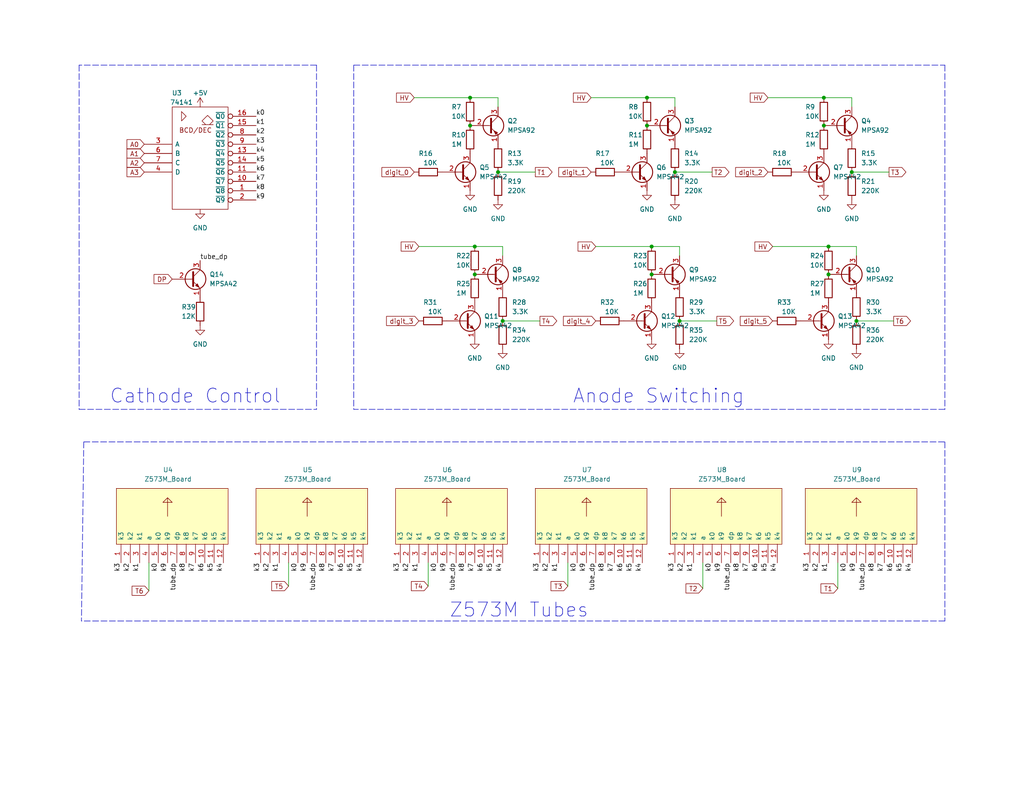
<source format=kicad_sch>
(kicad_sch (version 20211123) (generator eeschema)
  (paper "A")
  (title_block (title "Nixie 2.1 Display") (date "2023-02-13") (rev "1.0") (company "James Gallagher"))
  (lib_symbols
    (symbol "74xx_IEEE:74141" (pin_names (offset 0.762))
      (property "Reference" "U" (at 0 0 0))
      (property "Value" "74141" (at 7.62 -15.24 0))
      (symbol "74141_0_0"
        (polyline (pts (xy 3.556 9.144) (xy 3.048 9.144) (xy 3.048 9.144)))
        (polyline (pts (xy -5.08 12.7) (xy -5.08 10.16) (xy -3.81 11.43) (xy -5.08 12.7) (xy -5.08 12.7)))
        (polyline (pts (xy 2.54 9.144) (xy 3.556 10.16) (xy 2.032 11.684) (xy 0.508 10.16) (xy 1.524 9.144) (xy 0.508 9.144) (xy 3.556 9.144)))
        (text "BCD/DEC" (at -1.27 7.62 0) (effects (font (size 1.27 1.27))))
        (pin power_in line (at 0 -13.97 90) (length 0) hide (name "GND") (number "12"))
        (pin power_in line (at 0 13.97 270) (length 0) hide (name "VCC") (number "5"))
      )
      (symbol "74141_0_1"
        (rectangle (start -7.62 13.97) (end 7.62 -13.97))
      )
      (symbol "74141_1_1"
        (pin open_collector inverted (at 15.24 -8.89 180) (length 7.62) (name "~{Q8}") (number "1"))
        (pin open_collector inverted (at 15.24 -6.35 180) (length 7.62) (name "~{Q7}") (number "10"))
        (pin open_collector inverted (at 15.24 -3.81 180) (length 7.62) (name "~{Q6}") (number "11"))
        (pin open_collector inverted (at 15.24 1.27 180) (length 7.62) (name "~{Q4}") (number "13"))
        (pin open_collector inverted (at 15.24 -1.27 180) (length 7.62) (name "~{Q5}") (number "14"))
        (pin open_collector inverted (at 15.24 8.89 180) (length 7.62) (name "~{Q1}") (number "15"))
        (pin open_collector inverted (at 15.24 11.43 180) (length 7.62) (name "~{Q0}") (number "16"))
        (pin open_collector inverted (at 15.24 -11.43 180) (length 7.62) (name "~{Q9}") (number "2"))
        (pin input line (at -15.24 3.81 0) (length 7.62) (name "A") (number "3"))
        (pin input line (at -15.24 -3.81 0) (length 7.62) (name "D") (number "4"))
        (pin input line (at -15.24 1.27 0) (length 7.62) (name "B") (number "6"))
        (pin input line (at -15.24 -1.27 0) (length 7.62) (name "C") (number "7"))
        (pin open_collector inverted (at 15.24 6.35 180) (length 7.62) (name "~{Q2}") (number "8"))
        (pin open_collector inverted (at 15.24 3.81 180) (length 7.62) (name "~{Q3}") (number "9"))
      )
    )
    (symbol "Device:R" (pin_numbers hide) (pin_names (offset 0))
      (property "Reference" "R" (at 2.032 0 90))
      (property "Value" "R" (at 0 0 90))
      (symbol "R_0_1"
        (rectangle (start -1.016 -2.54) (end 1.016 2.54) (stroke (width 0.254)))
      )
      (symbol "R_1_1"
        (pin passive line (at 0 3.81 270) (length 1.27) (name "~") (number "1"))
        (pin passive line (at 0 -3.81 90) (length 1.27) (name "~") (number "2"))
      )
    )
    (symbol "Z573M_Board_1" (pin_names (offset 1.016))
      (property "Reference" "U" (at -10.16 8.89 0))
      (property "Value" "Z573M_Board_1" (at 0 -15.24 0))
      (symbol "Z573M_Board_1_0_0"
        (polyline (pts (xy 0 0) (xy 0 5.08) (xy 1.27 3.81) (xy 0 5.08) (xy -1.27 3.81) (xy 1.27 3.81)))
      )
      (symbol "Z573M_Board_1_0_1"
        (rectangle (start -13.97 7.62) (end 16.51 -7.62) (fill (type background)))
      )
      (symbol "Z573M_Board_1_1_1"
        (pin bidirectional line (at -12.7 -12.7 90) (length 5.08) (name "k3") (number "1"))
        (pin bidirectional line (at 10.16 -12.7 90) (length 5.08) (name "k6") (number "10"))
        (pin bidirectional line (at 12.7 -12.7 90) (length 5.08) (name "k5") (number "11"))
        (pin bidirectional line (at 15.24 -12.7 90) (length 5.08) (name "k4") (number "12"))
        (pin bidirectional line (at -10.16 -12.7 90) (length 5.08) (name "k2") (number "2"))
        (pin bidirectional line (at -7.62 -12.7 90) (length 5.08) (name "k1") (number "3"))
        (pin input line (at -5.08 -12.7 90) (length 5.08) (name "a") (number "4"))
        (pin bidirectional line (at -2.54 -12.7 90) (length 5.08) (name "k0") (number "5"))
        (pin bidirectional line (at 0 -12.7 90) (length 5.08) (name "k9") (number "6"))
        (pin bidirectional line (at 2.54 -12.7 90) (length 5.08) (name "dp") (number "7"))
        (pin bidirectional line (at 5.08 -12.7 90) (length 5.08) (name "k8") (number "8"))
        (pin bidirectional line (at 7.62 -12.7 90) (length 5.08) (name "k7") (number "9"))
      )
    )
    (symbol "Z573M_Board_2" (pin_names (offset 1.016))
      (property "Reference" "U" (at -10.16 8.89 0))
      (property "Value" "Z573M_Board_2" (at 0 -15.24 0))
      (symbol "Z573M_Board_2_0_0"
        (polyline (pts (xy 0 0) (xy 0 5.08) (xy 1.27 3.81) (xy 0 5.08) (xy -1.27 3.81) (xy 1.27 3.81)))
      )
      (symbol "Z573M_Board_2_0_1"
        (rectangle (start -13.97 7.62) (end 16.51 -7.62) (fill (type background)))
      )
      (symbol "Z573M_Board_2_1_1"
        (pin bidirectional line (at -12.7 -12.7 90) (length 5.08) (name "k3") (number "1"))
        (pin bidirectional line (at 10.16 -12.7 90) (length 5.08) (name "k6") (number "10"))
        (pin bidirectional line (at 12.7 -12.7 90) (length 5.08) (name "k5") (number "11"))
        (pin bidirectional line (at 15.24 -12.7 90) (length 5.08) (name "k4") (number "12"))
        (pin bidirectional line (at -10.16 -12.7 90) (length 5.08) (name "k2") (number "2"))
        (pin bidirectional line (at -7.62 -12.7 90) (length 5.08) (name "k1") (number "3"))
        (pin input line (at -5.08 -12.7 90) (length 5.08) (name "a") (number "4"))
        (pin bidirectional line (at -2.54 -12.7 90) (length 5.08) (name "k0") (number "5"))
        (pin bidirectional line (at 0 -12.7 90) (length 5.08) (name "k9") (number "6"))
        (pin bidirectional line (at 2.54 -12.7 90) (length 5.08) (name "dp") (number "7"))
        (pin bidirectional line (at 5.08 -12.7 90) (length 5.08) (name "k8") (number "8"))
        (pin bidirectional line (at 7.62 -12.7 90) (length 5.08) (name "k7") (number "9"))
      )
    )
    (symbol "Z573M_Board_3" (pin_names (offset 1.016))
      (property "Reference" "U" (at -10.16 8.89 0))
      (property "Value" "Z573M_Board_3" (at 0 -15.24 0))
      (symbol "Z573M_Board_3_0_0"
        (polyline (pts (xy 0 0) (xy 0 5.08) (xy 1.27 3.81) (xy 0 5.08) (xy -1.27 3.81) (xy 1.27 3.81)))
      )
      (symbol "Z573M_Board_3_0_1"
        (rectangle (start -13.97 7.62) (end 16.51 -7.62) (fill (type background)))
      )
      (symbol "Z573M_Board_3_1_1"
        (pin bidirectional line (at -12.7 -12.7 90) (length 5.08) (name "k3") (number "1"))
        (pin bidirectional line (at 10.16 -12.7 90) (length 5.08) (name "k6") (number "10"))
        (pin bidirectional line (at 12.7 -12.7 90) (length 5.08) (name "k5") (number "11"))
        (pin bidirectional line (at 15.24 -12.7 90) (length 5.08) (name "k4") (number "12"))
        (pin bidirectional line (at -10.16 -12.7 90) (length 5.08) (name "k2") (number "2"))
        (pin bidirectional line (at -7.62 -12.7 90) (length 5.08) (name "k1") (number "3"))
        (pin input line (at -5.08 -12.7 90) (length 5.08) (name "a") (number "4"))
        (pin bidirectional line (at -2.54 -12.7 90) (length 5.08) (name "k0") (number "5"))
        (pin bidirectional line (at 0 -12.7 90) (length 5.08) (name "k9") (number "6"))
        (pin bidirectional line (at 2.54 -12.7 90) (length 5.08) (name "dp") (number "7"))
        (pin bidirectional line (at 5.08 -12.7 90) (length 5.08) (name "k8") (number "8"))
        (pin bidirectional line (at 7.62 -12.7 90) (length 5.08) (name "k7") (number "9"))
      )
    )
    (symbol "Z573M_Board_4" (pin_names (offset 1.016))
      (property "Reference" "U" (at -10.16 8.89 0))
      (property "Value" "Z573M_Board_4" (at 0 -15.24 0))
      (symbol "Z573M_Board_4_0_0"
        (polyline (pts (xy 0 0) (xy 0 5.08) (xy 1.27 3.81) (xy 0 5.08) (xy -1.27 3.81) (xy 1.27 3.81)))
      )
      (symbol "Z573M_Board_4_0_1"
        (rectangle (start -13.97 7.62) (end 16.51 -7.62) (fill (type background)))
      )
      (symbol "Z573M_Board_4_1_1"
        (pin bidirectional line (at -12.7 -12.7 90) (length 5.08) (name "k3") (number "1"))
        (pin bidirectional line (at 10.16 -12.7 90) (length 5.08) (name "k6") (number "10"))
        (pin bidirectional line (at 12.7 -12.7 90) (length 5.08) (name "k5") (number "11"))
        (pin bidirectional line (at 15.24 -12.7 90) (length 5.08) (name "k4") (number "12"))
        (pin bidirectional line (at -10.16 -12.7 90) (length 5.08) (name "k2") (number "2"))
        (pin bidirectional line (at -7.62 -12.7 90) (length 5.08) (name "k1") (number "3"))
        (pin input line (at -5.08 -12.7 90) (length 5.08) (name "a") (number "4"))
        (pin bidirectional line (at -2.54 -12.7 90) (length 5.08) (name "k0") (number "5"))
        (pin bidirectional line (at 0 -12.7 90) (length 5.08) (name "k9") (number "6"))
        (pin bidirectional line (at 2.54 -12.7 90) (length 5.08) (name "dp") (number "7"))
        (pin bidirectional line (at 5.08 -12.7 90) (length 5.08) (name "k8") (number "8"))
        (pin bidirectional line (at 7.62 -12.7 90) (length 5.08) (name "k7") (number "9"))
      )
    )
    (symbol "Z573M_Board_5" (pin_names (offset 1.016))
      (property "Reference" "U" (at -10.16 8.89 0))
      (property "Value" "Z573M_Board_5" (at 0 -15.24 0))
      (symbol "Z573M_Board_5_0_0"
        (polyline (pts (xy 0 0) (xy 0 5.08) (xy 1.27 3.81) (xy 0 5.08) (xy -1.27 3.81) (xy 1.27 3.81)))
      )
      (symbol "Z573M_Board_5_0_1"
        (rectangle (start -13.97 7.62) (end 16.51 -7.62) (fill (type background)))
      )
      (symbol "Z573M_Board_5_1_1"
        (pin bidirectional line (at -12.7 -12.7 90) (length 5.08) (name "k3") (number "1"))
        (pin bidirectional line (at 10.16 -12.7 90) (length 5.08) (name "k6") (number "10"))
        (pin bidirectional line (at 12.7 -12.7 90) (length 5.08) (name "k5") (number "11"))
        (pin bidirectional line (at 15.24 -12.7 90) (length 5.08) (name "k4") (number "12"))
        (pin bidirectional line (at -10.16 -12.7 90) (length 5.08) (name "k2") (number "2"))
        (pin bidirectional line (at -7.62 -12.7 90) (length 5.08) (name "k1") (number "3"))
        (pin input line (at -5.08 -12.7 90) (length 5.08) (name "a") (number "4"))
        (pin bidirectional line (at -2.54 -12.7 90) (length 5.08) (name "k0") (number "5"))
        (pin bidirectional line (at 0 -12.7 90) (length 5.08) (name "k9") (number "6"))
        (pin bidirectional line (at 2.54 -12.7 90) (length 5.08) (name "dp") (number "7"))
        (pin bidirectional line (at 5.08 -12.7 90) (length 5.08) (name "k8") (number "8"))
        (pin bidirectional line (at 7.62 -12.7 90) (length 5.08) (name "k7") (number "9"))
      )
    )
    (symbol "nixie-tube-clock-2.1:MPSA42" (pin_names (offset 1.016) hide)
      (property "Reference" "Q" (at 5.08 1.905 0))
      (property "Value" "MPSA42" (at 5.08 0 0))
      (symbol "MPSA42_0_1"
        (polyline (pts (xy 0 0) (xy 0.635 0)))
        (polyline (pts (xy 0.635 0.635) (xy 2.54 2.54)))
        (polyline (pts (xy 0.635 -0.635) (xy 2.54 -2.54) (xy 2.54 -2.54)))
        (polyline (pts (xy 0.635 1.905) (xy 0.635 -1.905) (xy 0.635 -1.905)) (stroke (width 0.508)))
        (polyline (pts (xy 1.27 -1.778) (xy 1.778 -1.27) (xy 2.286 -2.286) (xy 1.27 -1.778) (xy 1.27 -1.778)) (fill (type outline)))
        (circle (center 1.27 0) (radius 2.8194) (stroke (width 0.254)))
      )
      (symbol "MPSA42_1_1"
        (pin passive line (at 2.54 -5.08 90) (length 2.54) (name "E") (number "1"))
        (pin input line (at -5.08 0 0) (length 5.08) (name "B") (number "2"))
        (pin passive line (at 2.54 5.08 270) (length 2.54) (name "C") (number "3"))
      )
    )
    (symbol "nixie-tube-clock-2.1:MPSA92" (pin_names (offset 1.016) hide)
      (property "Reference" "Q" (at 5.08 1.905 0))
      (property "Value" "MPSA92" (at 5.08 0 0))
      (symbol "MPSA92_0_1"
        (polyline (pts (xy 0 0) (xy 0.635 0)))
        (polyline (pts (xy 2.54 -2.54) (xy 0.635 -0.635)))
        (polyline (pts (xy 2.54 2.54) (xy 0.635 0.635)))
        (polyline (pts (xy 0.635 1.905) (xy 0.635 -1.905) (xy 0.635 -1.905)) (stroke (width 0.508)) (fill (type outline)))
        (polyline (pts (xy 1.905 -2.413) (xy 2.413 -1.905) (xy 1.397 -1.397) (xy 1.905 -2.413) (xy 1.905 -2.413)) (fill (type outline)))
        (circle (center 1.27 0) (radius 2.8194) (stroke (width 0.254)))
      )
      (symbol "MPSA92_1_1"
        (pin passive line (at 2.54 -5.08 90) (length 2.54) (name "E") (number "1"))
        (pin input line (at -5.08 0 0) (length 5.08) (name "B") (number "2"))
        (pin passive line (at 2.54 5.08 270) (length 2.54) (name "C") (number "3"))
      )
    )
    (symbol "nixie-tube-clock-2.1:Z573M_Board" (pin_names (offset 1.016))
      (property "Reference" "U" (at -10.16 8.89 0))
      (property "Value" "Z573M_Board" (at 0 -15.24 0))
      (symbol "Z573M_Board_0_0"
        (polyline (pts (xy 0 0) (xy 0 5.08) (xy 1.27 3.81) (xy 0 5.08) (xy -1.27 3.81) (xy 1.27 3.81)))
      )
      (symbol "Z573M_Board_0_1"
        (rectangle (start -13.97 7.62) (end 16.51 -7.62) (fill (type background)))
      )
      (symbol "Z573M_Board_1_1"
        (pin bidirectional line (at -12.7 -12.7 90) (length 5.08) (name "k3") (number "1"))
        (pin bidirectional line (at 10.16 -12.7 90) (length 5.08) (name "k6") (number "10"))
        (pin bidirectional line (at 12.7 -12.7 90) (length 5.08) (name "k5") (number "11"))
        (pin bidirectional line (at 15.24 -12.7 90) (length 5.08) (name "k4") (number "12"))
        (pin bidirectional line (at -10.16 -12.7 90) (length 5.08) (name "k2") (number "2"))
        (pin bidirectional line (at -7.62 -12.7 90) (length 5.08) (name "k1") (number "3"))
        (pin input line (at -5.08 -12.7 90) (length 5.08) (name "a") (number "4"))
        (pin bidirectional line (at -2.54 -12.7 90) (length 5.08) (name "k0") (number "5"))
        (pin bidirectional line (at 0 -12.7 90) (length 5.08) (name "k9") (number "6"))
        (pin bidirectional line (at 2.54 -12.7 90) (length 5.08) (name "dp") (number "7"))
        (pin bidirectional line (at 5.08 -12.7 90) (length 5.08) (name "k8") (number "8"))
        (pin bidirectional line (at 7.62 -12.7 90) (length 5.08) (name "k7") (number "9"))
      )
    )
    (symbol "power:+5V" (power) (pin_names (offset 0))
      (property "Value" "+5V" (at 0 3.556 0))
      (symbol "+5V_0_1"
        (polyline (pts (xy -0.762 1.27) (xy 0 2.54)))
        (polyline (pts (xy 0 0) (xy 0 2.54)))
        (polyline (pts (xy 0 2.54) (xy 0.762 1.27)))
      )
      (symbol "+5V_1_1"
        (pin power_in line (at 0 0 90) (length 0) hide (name "+5V") (number "1"))
      )
    )
    (symbol "power:GND" (power) (pin_names (offset 0))
      (property "Value" "GND" (at 0 -3.81 0))
      (symbol "GND_0_1"
        (polyline (pts (xy 0 0) (xy 0 -1.27) (xy 1.27 -1.27) (xy 0 -2.54) (xy -1.27 -1.27) (xy 0 -1.27)))
      )
      (symbol "GND_1_1"
        (pin power_in line (at 0 0 270) (length 0) hide (name "GND") (number "1"))
      )
    )
  )
  (junction (at 177.8 74.93))
  (junction (at 185.42 87.63))
  (junction (at 177.8 67.31))
  (junction (at 135.89 46.99))
  (junction (at 176.53 26.67))
  (junction (at 128.27 26.67))
  (junction (at 233.68 87.63))
  (junction (at 226.06 67.31))
  (junction (at 137.16 87.63))
  (junction (at 129.54 74.93))
  (junction (at 184.15 46.99))
  (junction (at 129.54 67.31))
  (junction (at 232.41 46.99))
  (junction (at 128.27 34.29))
  (junction (at 224.79 26.67))
  (junction (at 176.53 34.29))
  (junction (at 226.06 74.93))
  (junction (at 224.79 34.29))
  (wire (pts (xy 233.68 87.63) (xy 243.84 87.63)))
  (wire (pts (xy 154.94 153.67) (xy 154.94 160.02)))
  (wire (pts (xy 232.41 26.67) (xy 232.41 29.21)))
  (polyline (pts (xy 257.81 169.545) (xy 22.225 169.545)))
  (wire (pts (xy 177.8 67.31) (xy 185.42 67.31)))
  (wire (pts (xy 128.27 26.67) (xy 135.89 26.67)))
  (wire (pts (xy 226.06 67.31) (xy 233.68 67.31)))
  (wire (pts (xy 185.42 87.63) (xy 195.58 87.63)))
  (polyline (pts (xy 21.59 17.78) (xy 21.59 111.76)))
  (wire (pts (xy 209.55 26.67) (xy 224.79 26.67)))
  (wire (pts (xy 137.16 87.63) (xy 147.32 87.63)))
  (wire (pts (xy 191.77 153.67) (xy 191.77 160.655)))
  (wire (pts (xy 137.16 67.31) (xy 137.16 69.85)))
  (wire (pts (xy 113.03 26.67) (xy 128.27 26.67)))
  (wire (pts (xy 233.68 67.31) (xy 233.68 69.85)))
  (wire (pts (xy 210.82 67.31) (xy 226.06 67.31)))
  (polyline (pts (xy 257.81 111.76) (xy 96.52 111.76)))
  (wire (pts (xy 176.53 26.67) (xy 184.15 26.67)))
  (wire (pts (xy 135.89 46.99) (xy 146.05 46.99)))
  (wire (pts (xy 40.64 153.67) (xy 40.64 161.29)))
  (wire (pts (xy 114.3 67.31) (xy 129.54 67.31)))
  (polyline (pts (xy 257.81 120.65) (xy 257.81 169.545)))
  (polyline (pts (xy 86.36 17.78) (xy 86.36 111.76)))
  (wire (pts (xy 162.56 67.31) (xy 177.8 67.31)))
  (wire (pts (xy 129.54 67.31) (xy 137.16 67.31)))
  (wire (pts (xy 228.6 153.67) (xy 228.6 160.655)))
  (wire (pts (xy 185.42 67.31) (xy 185.42 69.85)))
  (wire (pts (xy 116.84 153.67) (xy 116.84 160.02)))
  (wire (pts (xy 184.15 26.67) (xy 184.15 29.21)))
  (wire (pts (xy 161.29 26.67) (xy 176.53 26.67)))
  (wire (pts (xy 135.89 26.67) (xy 135.89 29.21)))
  (wire (pts (xy 224.79 26.67) (xy 232.41 26.67)))
  (wire (pts (xy 184.15 46.99) (xy 194.31 46.99)))
  (polyline (pts (xy 96.52 17.78) (xy 96.52 111.76)))
  (polyline (pts (xy 22.86 120.65) (xy 257.81 120.65)))
  (wire (pts (xy 78.74 153.67) (xy 78.74 160.02)))
  (polyline (pts (xy 22.86 120.65) (xy 22.225 169.545)))
  (polyline (pts (xy 86.36 17.78) (xy 21.59 17.78)))
  (wire (pts (xy 232.41 46.99) (xy 242.57 46.99)))
  (polyline (pts (xy 257.81 17.78) (xy 257.81 111.76)))
  (polyline (pts (xy 96.52 17.78) (xy 257.81 17.78)))
  (polyline (pts (xy 21.59 111.76) (xy 86.36 111.76)))
  (text "Z573M Tubes" (at 122.555 168.91 0) (effects (font (size 3.81 3.81)) (justify left bottom)))
  (text "Anode Switching" (at 156.21 110.49 0) (effects (font (size 3.81 3.81)) (justify left bottom)))
  (text "Cathode Control\n" (at 29.845 110.49 0) (effects (font (size 3.81 3.81)) (justify left bottom)))
  (label "k0" (at 194.31 153.67 270))
  (label "k5" (at 58.42 153.67 270))
  (label "k2" (at 111.76 153.67 270))
  (label "k7" (at 167.64 153.67 270))
  (label "k6" (at 170.18 153.67 270))
  (label "k3" (at 69.85 39.37 0))
  (label "k5" (at 246.38 153.67 270))
  (label "k0" (at 43.18 153.67 270))
  (label "k1" (at 69.85 34.29 0))
  (label "k3" (at 109.22 153.67 270))
  (label "k9" (at 83.82 153.67 270))
  (label "k7" (at 53.34 153.67 270))
  (label "k9" (at 160.02 153.67 270))
  (label "tube_dp" (at 124.46 153.67 270))
  (label "k6" (at 207.01 153.67 270))
  (label "tube_dp" (at 199.39 153.67 270))
  (label "k8" (at 50.8 153.67 270))
  (label "tube_dp" (at 54.61 71.12 0))
  (label "k5" (at 69.85 44.45 0))
  (label "k4" (at 60.96 153.67 270))
  (label "k0" (at 157.48 153.67 270))
  (label "k9" (at 121.92 153.67 270))
  (label "k8" (at 238.76 153.67 270))
  (label "k3" (at 33.02 153.67 270))
  (label "k1" (at 226.06 153.67 270))
  (label "k7" (at 241.3 153.67 270))
  (label "k1" (at 38.1 153.67 270))
  (label "k3" (at 184.15 153.67 270))
  (label "k8" (at 69.85 52.07 0))
  (label "k0" (at 119.38 153.67 270))
  (label "k2" (at 35.56 153.67 270))
  (label "tube_dp" (at 48.26 153.67 270))
  (label "k8" (at 165.1 153.67 270))
  (label "k2" (at 223.52 153.67 270))
  (label "k2" (at 73.66 153.67 270))
  (label "k7" (at 91.44 153.67 270))
  (label "k3" (at 220.98 153.67 270))
  (label "tube_dp" (at 86.36 153.67 270))
  (label "k4" (at 69.85 41.91 0))
  (label "k5" (at 209.55 153.67 270))
  (label "k3" (at 147.32 153.67 270))
  (label "k6" (at 243.84 153.67 270))
  (label "k4" (at 212.09 153.67 270))
  (label "k8" (at 88.9 153.67 270))
  (label "k2" (at 69.85 36.83 0))
  (label "k6" (at 55.88 153.67 270))
  (label "k3" (at 71.12 153.67 270))
  (label "k5" (at 96.52 153.67 270))
  (label "k0" (at 231.14 153.67 270))
  (label "k0" (at 69.85 31.75 0))
  (label "k1" (at 152.4 153.67 270))
  (label "tube_dp" (at 162.56 153.67 270))
  (label "k9" (at 69.85 54.61 0))
  (label "k9" (at 45.72 153.67 270))
  (label "k7" (at 129.54 153.67 270))
  (label "k1" (at 114.3 153.67 270))
  (label "k4" (at 248.92 153.67 270))
  (label "k6" (at 69.85 46.99 0))
  (label "k4" (at 137.16 153.67 270))
  (label "k7" (at 69.85 49.53 0))
  (label "k5" (at 134.62 153.67 270))
  (label "k4" (at 175.26 153.67 270))
  (label "k5" (at 172.72 153.67 270))
  (label "k7" (at 204.47 153.67 270))
  (label "k2" (at 186.69 153.67 270))
  (label "k0" (at 81.28 153.67 270))
  (label "k6" (at 93.98 153.67 270))
  (label "k9" (at 233.68 153.67 270))
  (label "k8" (at 127 153.67 270))
  (label "k2" (at 149.86 153.67 270))
  (label "k8" (at 201.93 153.67 270))
  (label "k9" (at 196.85 153.67 270))
  (label "tube_dp" (at 236.22 153.67 270))
  (label "k1" (at 189.23 153.67 270))
  (label "k1" (at 76.2 153.67 270))
  (label "k6" (at 132.08 153.67 270))
  (label "k4" (at 99.06 153.67 270))
  (global_label "digit_3" (shape input) (at 114.3 87.63 180) (property "Intersheet References" "${INTERSHEET_REFS}" (effects hide)))
  (global_label "HV" (shape input) (at 209.55 26.67 180) (property "Intersheet References" "${INTERSHEET_REFS}" (effects hide)))
  (global_label "HV" (shape input) (at 162.56 67.31 180) (property "Intersheet References" "${INTERSHEET_REFS}" (effects hide)))
  (global_label "A3" (shape input) (at 39.37 46.99 180) (property "Intersheet References" "${INTERSHEET_REFS}" (effects hide)))
  (global_label "A1" (shape input) (at 39.37 41.91 180) (property "Intersheet References" "${INTERSHEET_REFS}" (effects hide)))
  (global_label "HV" (shape input) (at 114.3 67.31 180) (property "Intersheet References" "${INTERSHEET_REFS}" (effects hide)))
  (global_label "digit_1" (shape input) (at 161.29 46.99 180) (property "Intersheet References" "${INTERSHEET_REFS}" (effects hide)))
  (global_label "T4" (shape output) (at 147.32 87.63 0) (property "Intersheet References" "${INTERSHEET_REFS}" (effects hide)))
  (global_label "HV" (shape input) (at 210.82 67.31 180) (property "Intersheet References" "${INTERSHEET_REFS}" (effects hide)))
  (global_label "T3" (shape output) (at 242.57 46.99 0) (property "Intersheet References" "${INTERSHEET_REFS}" (effects hide)))
  (global_label "T5" (shape input) (at 78.74 160.02 180) (property "Intersheet References" "${INTERSHEET_REFS}" (effects hide)))
  (global_label "digit_5" (shape input) (at 210.82 87.63 180) (property "Intersheet References" "${INTERSHEET_REFS}" (effects hide)))
  (global_label "T4" (shape input) (at 116.84 160.02 180) (property "Intersheet References" "${INTERSHEET_REFS}" (effects hide)))
  (global_label "T6" (shape input) (at 40.64 161.29 180) (property "Intersheet References" "${INTERSHEET_REFS}" (effects hide)))
  (global_label "T2" (shape output) (at 194.31 46.99 0) (property "Intersheet References" "${INTERSHEET_REFS}" (effects hide)))
  (global_label "HV" (shape input) (at 161.29 26.67 180) (property "Intersheet References" "${INTERSHEET_REFS}" (effects hide)))
  (global_label "T5" (shape output) (at 195.58 87.63 0) (property "Intersheet References" "${INTERSHEET_REFS}" (effects hide)))
  (global_label "T2" (shape input) (at 191.77 160.655 180) (property "Intersheet References" "${INTERSHEET_REFS}" (effects hide)))
  (global_label "digit_4" (shape input) (at 162.56 87.63 180) (property "Intersheet References" "${INTERSHEET_REFS}" (effects hide)))
  (global_label "A2" (shape input) (at 39.37 44.45 180) (property "Intersheet References" "${INTERSHEET_REFS}" (effects hide)))
  (global_label "DP" (shape input) (at 46.99 76.2 180) (property "Intersheet References" "${INTERSHEET_REFS}" (effects hide)))
  (global_label "T1" (shape output) (at 146.05 46.99 0) (property "Intersheet References" "${INTERSHEET_REFS}" (effects hide)))
  (global_label "A0" (shape input) (at 39.37 39.37 180) (property "Intersheet References" "${INTERSHEET_REFS}" (effects hide)))
  (global_label "T6" (shape output) (at 243.84 87.63 0) (property "Intersheet References" "${INTERSHEET_REFS}" (effects hide)))
  (global_label "T3" (shape input) (at 154.94 160.02 180) (property "Intersheet References" "${INTERSHEET_REFS}" (effects hide)))
  (global_label "HV" (shape input) (at 113.03 26.67 180) (property "Intersheet References" "${INTERSHEET_REFS}" (effects hide)))
  (global_label "digit_2" (shape input) (at 209.55 46.99 180) (property "Intersheet References" "${INTERSHEET_REFS}" (effects hide)))
  (global_label "digit_0" (shape input) (at 113.03 46.99 180) (property "Intersheet References" "${INTERSHEET_REFS}" (effects hide)))
  (global_label "T1" (shape input) (at 228.6 160.655 180) (property "Intersheet References" "${INTERSHEET_REFS}" (effects hide)))
  (symbol (lib_id "Device:R") (at 226.06 78.74 0) (unit 1)
    (property "Reference" "R27" (at 220.98 77.47 0) (effects (justify left)))
    (property "Value" "1M" (at 220.98 80.01 0) (effects (justify left)))
    (property "Footprint" "Resistor_THT:R_Axial_DIN0207_L6.3mm_D2.5mm_P7.62mm_Horizontal" (effects hide))
  )
  (symbol (lib_id "Device:R") (at 184.15 43.18 0) (unit 1)
    (property "Reference" "R14" (at 186.69 41.91 0) (effects (justify left)))
    (property "Value" "3.3K" (at 186.69 44.45 0) (effects (justify left)))
    (property "Footprint" "Resistor_THT:R_Axial_DIN0207_L6.3mm_D2.5mm_P7.62mm_Horizontal" (effects hide))
  )
  (symbol (lib_id "Device:R") (at 118.11 87.63 90) (unit 1)
    (property "Reference" "R31" (at 119.38 82.55 90) (effects (justify left)))
    (property "Value" "10K" (at 120.65 85.09 90) (effects (justify left)))
    (property "Footprint" "Resistor_THT:R_Axial_DIN0207_L6.3mm_D2.5mm_P7.62mm_Horizontal" (effects hide))
  )
  (symbol (lib_id "Device:R") (at 185.42 91.44 0) (unit 1)
    (property "Reference" "R35" (at 187.96 90.17 0) (effects (justify left)))
    (property "Value" "220K" (at 187.96 92.71 0) (effects (justify left)))
    (property "Footprint" "Resistor_THT:R_Axial_DIN0207_L6.3mm_D2.5mm_P7.62mm_Horizontal" (effects hide))
  )
  (symbol (lib_id "Device:R") (at 165.1 46.99 90) (unit 1)
    (property "Reference" "R17" (at 166.37 41.91 90) (effects (justify left)))
    (property "Value" "10K" (at 167.64 44.45 90) (effects (justify left)))
    (property "Footprint" "Resistor_THT:R_Axial_DIN0207_L6.3mm_D2.5mm_P7.62mm_Horizontal" (effects hide))
  )
  (symbol (lib_id "nixie-tube-clock-2.1:MPSA92") (at 229.87 34.29 0) (unit 1)
    (property "Reference" "Q4" (at 234.95 33.0199 0) (effects (justify left)))
    (property "Value" "MPSA92" (at 234.95 35.5599 0) (effects (justify left)))
    (property "Footprint" "Package_TO_SOT_THT:TO-92_Inline" (effects hide))
    (property "Datasheet" "http://www.onsemi.com/pub_link/Collateral/MPSA92-D.PDF" (effects hide))
  )
  (symbol (lib_id "nixie-tube-clock-2.1:MPSA92") (at 231.14 74.93 0) (unit 1)
    (property "Reference" "Q10" (at 236.22 73.6599 0) (effects (justify left)))
    (property "Value" "MPSA92" (at 236.22 76.1999 0) (effects (justify left)))
    (property "Footprint" "Package_TO_SOT_THT:TO-92_Inline" (effects hide))
    (property "Datasheet" "http://www.onsemi.com/pub_link/Collateral/MPSA92-D.PDF" (effects hide))
  )
  (symbol (lib_id "nixie-tube-clock-2.1:MPSA42") (at 223.52 87.63 0) (unit 1)
    (property "Reference" "Q13" (at 228.6 86.3599 0) (effects (justify left)))
    (property "Value" "MPSA42" (at 228.6 88.8999 0) (effects (justify left)))
    (property "Footprint" "Package_TO_SOT_THT:TO-92_Inline" (effects hide))
    (property "Datasheet" "http://www.onsemi.com/pub_link/Collateral/MPSA42-D.PDF" (effects hide))
  )
  (symbol (lib_id "nixie-tube-clock-2.1:MPSA42") (at 52.07 76.2 0) (unit 1)
    (property "Reference" "Q14" (at 57.15 74.9299 0) (effects (justify left)))
    (property "Value" "MPSA42" (at 57.15 77.4699 0) (effects (justify left)))
    (property "Footprint" "Package_TO_SOT_THT:TO-92_Inline" (effects hide))
    (property "Datasheet" "http://www.onsemi.com/pub_link/Collateral/MPSA42-D.PDF" (effects hide))
  )
  (symbol (lib_id "Device:R") (at 129.54 78.74 0) (unit 1)
    (property "Reference" "R25" (at 124.46 77.47 0) (effects (justify left)))
    (property "Value" "1M" (at 124.46 80.01 0) (effects (justify left)))
    (property "Footprint" "Resistor_THT:R_Axial_DIN0207_L6.3mm_D2.5mm_P7.62mm_Horizontal" (effects hide))
  )
  (symbol (lib_id "power:GND") (at 135.89 54.61 0) (unit 1)
    (property "Reference" "#PWR023" (effects hide))
    (property "Value" "GND" (at 135.89 59.69 0))
  )
  (symbol (lib_id "power:GND") (at 177.8 92.71 0) (unit 1)
    (property "Reference" "#PWR027" (effects hide))
    (property "Value" "GND" (at 177.8 97.79 0))
  )
  (symbol (lib_id "Device:R") (at 185.42 83.82 0) (unit 1)
    (property "Reference" "R29" (at 187.96 82.55 0) (effects (justify left)))
    (property "Value" "3.3K" (at 187.96 85.09 0) (effects (justify left)))
    (property "Footprint" "Resistor_THT:R_Axial_DIN0207_L6.3mm_D2.5mm_P7.62mm_Horizontal" (effects hide))
  )
  (symbol (lib_id "Device:R") (at 135.89 50.8 0) (unit 1)
    (property "Reference" "R19" (at 138.43 49.53 0) (effects (justify left)))
    (property "Value" "220K" (at 138.43 52.07 0) (effects (justify left)))
    (property "Footprint" "Resistor_THT:R_Axial_DIN0207_L6.3mm_D2.5mm_P7.62mm_Horizontal" (effects hide))
  )
  (symbol (lib_id "Device:R") (at 232.41 43.18 0) (unit 1)
    (property "Reference" "R15" (at 234.95 41.91 0) (effects (justify left)))
    (property "Value" "3.3K" (at 234.95 44.45 0) (effects (justify left)))
    (property "Footprint" "Resistor_THT:R_Axial_DIN0207_L6.3mm_D2.5mm_P7.62mm_Horizontal" (effects hide))
  )
  (symbol (lib_id "nixie-tube-clock-2.1:MPSA42") (at 125.73 46.99 0) (unit 1)
    (property "Reference" "Q5" (at 130.81 45.7199 0) (effects (justify left)))
    (property "Value" "MPSA42" (at 130.81 48.2599 0) (effects (justify left)))
    (property "Footprint" "Package_TO_SOT_THT:TO-92_Inline" (effects hide))
    (property "Datasheet" "http://www.onsemi.com/pub_link/Collateral/MPSA42-D.PDF" (effects hide))
  )
  (symbol (lib_id "power:GND") (at 233.68 95.25 0) (unit 1)
    (property "Reference" "#PWR031" (effects hide))
    (property "Value" "GND" (at 233.68 100.33 0))
  )
  (symbol (lib_id "nixie-tube-clock-2.1:MPSA42") (at 173.99 46.99 0) (unit 1)
    (property "Reference" "Q6" (at 179.07 45.7199 0) (effects (justify left)))
    (property "Value" "MPSA42" (at 179.07 48.2599 0) (effects (justify left)))
    (property "Footprint" "Package_TO_SOT_THT:TO-92_Inline" (effects hide))
    (property "Datasheet" "http://www.onsemi.com/pub_link/Collateral/MPSA42-D.PDF" (effects hide))
  )
  (symbol (lib_id "Device:R") (at 116.84 46.99 90) (unit 1)
    (property "Reference" "R16" (at 118.11 41.91 90) (effects (justify left)))
    (property "Value" "10K" (at 119.38 44.45 90) (effects (justify left)))
    (property "Footprint" "Resistor_THT:R_Axial_DIN0207_L6.3mm_D2.5mm_P7.62mm_Horizontal" (effects hide))
  )
  (symbol (lib_id "Device:R") (at 176.53 30.48 0) (unit 1)
    (property "Reference" "R8" (at 171.45 29.21 0) (effects (justify left)))
    (property "Value" "10K" (at 171.45 31.75 0) (effects (justify left)))
    (property "Footprint" "Resistor_THT:R_Axial_DIN0207_L6.3mm_D2.5mm_P7.62mm_Horizontal" (effects hide))
  )
  (symbol (lib_id "nixie-tube-clock-2.1:MPSA92") (at 134.62 74.93 0) (unit 1)
    (property "Reference" "Q8" (at 139.7 73.6599 0) (effects (justify left)))
    (property "Value" "MPSA92" (at 139.7 76.1999 0) (effects (justify left)))
    (property "Footprint" "Package_TO_SOT_THT:TO-92_Inline" (effects hide))
    (property "Datasheet" "http://www.onsemi.com/pub_link/Collateral/MPSA92-D.PDF" (effects hide))
  )
  (symbol (lib_id "power:GND") (at 176.53 52.07 0) (unit 1)
    (property "Reference" "#PWR06" (effects hide))
    (property "Value" "GND" (at 176.53 57.15 0))
  )
  (symbol (lib_id "Device:R") (at 213.36 46.99 90) (unit 1)
    (property "Reference" "R18" (at 214.63 41.91 90) (effects (justify left)))
    (property "Value" "10K" (at 215.9 44.45 90) (effects (justify left)))
    (property "Footprint" "Resistor_THT:R_Axial_DIN0207_L6.3mm_D2.5mm_P7.62mm_Horizontal" (effects hide))
  )
  (symbol (lib_id "Device:R") (at 233.68 91.44 0) (unit 1)
    (property "Reference" "R36" (at 236.22 90.17 0) (effects (justify left)))
    (property "Value" "220K" (at 236.22 92.71 0) (effects (justify left)))
    (property "Footprint" "Resistor_THT:R_Axial_DIN0207_L6.3mm_D2.5mm_P7.62mm_Horizontal" (effects hide))
  )
  (symbol (lib_id "Device:R") (at 184.15 50.8 0) (unit 1)
    (property "Reference" "R20" (at 186.69 49.53 0) (effects (justify left)))
    (property "Value" "220K" (at 186.69 52.07 0) (effects (justify left)))
    (property "Footprint" "Resistor_THT:R_Axial_DIN0207_L6.3mm_D2.5mm_P7.62mm_Horizontal" (effects hide))
  )
  (symbol (lib_id "Device:R") (at 129.54 71.12 0) (unit 1)
    (property "Reference" "R22" (at 124.46 69.85 0) (effects (justify left)))
    (property "Value" "10K" (at 124.46 72.39 0) (effects (justify left)))
    (property "Footprint" "Resistor_THT:R_Axial_DIN0207_L6.3mm_D2.5mm_P7.62mm_Horizontal" (effects hide))
  )
  (symbol (lib_id "Device:R") (at 214.63 87.63 90) (unit 1)
    (property "Reference" "R33" (at 215.9 82.55 90) (effects (justify left)))
    (property "Value" "10K" (at 217.17 85.09 90) (effects (justify left)))
    (property "Footprint" "Resistor_THT:R_Axial_DIN0207_L6.3mm_D2.5mm_P7.62mm_Horizontal" (effects hide))
  )
  (symbol (lib_id "power:GND") (at 54.61 57.15 0) (unit 1)
    (property "Reference" "#PWR034" (effects hide))
    (property "Value" "GND" (at 54.61 62.23 0))
  )
  (symbol (lib_id "Device:R") (at 232.41 50.8 0) (unit 1)
    (property "Reference" "R21" (at 234.95 49.53 0) (effects (justify left)))
    (property "Value" "220K" (at 234.95 52.07 0) (effects (justify left)))
    (property "Footprint" "Resistor_THT:R_Axial_DIN0207_L6.3mm_D2.5mm_P7.62mm_Horizontal" (effects hide))
  )
  (symbol (lib_name "Z573M_Board_4") (lib_id "nixie-tube-clock-2.1:Z573M_Board") (at 160.02 140.97 0) (unit 1)
    (property "Reference" "U7" (at 158.75 128.27 0) (effects (justify left)))
    (property "Value" "Z573M_Board" (at 153.67 130.81 0) (effects (justify left)))
    (property "Footprint" "nixie-2.1-footprints:Z573M_Board" (effects hide))
  )
  (symbol (lib_id "nixie-tube-clock-2.1:MPSA92") (at 181.61 34.29 0) (unit 1)
    (property "Reference" "Q3" (at 186.69 33.0199 0) (effects (justify left)))
    (property "Value" "MPSA92" (at 186.69 35.5599 0) (effects (justify left)))
    (property "Footprint" "Package_TO_SOT_THT:TO-92_Inline" (effects hide))
    (property "Datasheet" "http://www.onsemi.com/pub_link/Collateral/MPSA92-D.PDF" (effects hide))
  )
  (symbol (lib_id "Device:R") (at 128.27 38.1 0) (unit 1)
    (property "Reference" "R10" (at 123.19 36.83 0) (effects (justify left)))
    (property "Value" "1M" (at 123.19 39.37 0) (effects (justify left)))
    (property "Footprint" "Resistor_THT:R_Axial_DIN0207_L6.3mm_D2.5mm_P7.62mm_Horizontal" (effects hide))
  )
  (symbol (lib_id "nixie-tube-clock-2.1:MPSA42") (at 175.26 87.63 0) (unit 1)
    (property "Reference" "Q12" (at 180.34 86.3599 0) (effects (justify left)))
    (property "Value" "MPSA42" (at 180.34 88.8999 0) (effects (justify left)))
    (property "Footprint" "Package_TO_SOT_THT:TO-92_Inline" (effects hide))
    (property "Datasheet" "http://www.onsemi.com/pub_link/Collateral/MPSA42-D.PDF" (effects hide))
  )
  (symbol (lib_id "power:GND") (at 137.16 95.25 0) (unit 1)
    (property "Reference" "#PWR029" (effects hide))
    (property "Value" "GND" (at 137.16 100.33 0))
  )
  (symbol (lib_id "Device:R") (at 137.16 91.44 0) (unit 1)
    (property "Reference" "R34" (at 139.7 90.17 0) (effects (justify left)))
    (property "Value" "220K" (at 139.7 92.71 0) (effects (justify left)))
    (property "Footprint" "Resistor_THT:R_Axial_DIN0207_L6.3mm_D2.5mm_P7.62mm_Horizontal" (effects hide))
  )
  (symbol (lib_id "Device:R") (at 137.16 83.82 0) (unit 1)
    (property "Reference" "R28" (at 139.7 82.55 0) (effects (justify left)))
    (property "Value" "3.3K" (at 139.7 85.09 0) (effects (justify left)))
    (property "Footprint" "Resistor_THT:R_Axial_DIN0207_L6.3mm_D2.5mm_P7.62mm_Horizontal" (effects hide))
  )
  (symbol (lib_id "Device:R") (at 128.27 30.48 0) (unit 1)
    (property "Reference" "R7" (at 123.19 29.21 0) (effects (justify left)))
    (property "Value" "10K" (at 123.19 31.75 0) (effects (justify left)))
    (property "Footprint" "Resistor_THT:R_Axial_DIN0207_L6.3mm_D2.5mm_P7.62mm_Horizontal" (effects hide))
  )
  (symbol (lib_id "Device:R") (at 177.8 78.74 0) (unit 1)
    (property "Reference" "R26" (at 172.72 77.47 0) (effects (justify left)))
    (property "Value" "1M" (at 172.72 80.01 0) (effects (justify left)))
    (property "Footprint" "Resistor_THT:R_Axial_DIN0207_L6.3mm_D2.5mm_P7.62mm_Horizontal" (effects hide))
  )
  (symbol (lib_id "nixie-tube-clock-2.1:MPSA92") (at 133.35 34.29 0) (unit 1)
    (property "Reference" "Q2" (at 138.43 33.0199 0) (effects (justify left)))
    (property "Value" "MPSA92" (at 138.43 35.5599 0) (effects (justify left)))
    (property "Footprint" "Package_TO_SOT_THT:TO-92_Inline" (effects hide))
    (property "Datasheet" "http://www.onsemi.com/pub_link/Collateral/MPSA92-D.PDF" (effects hide))
  )
  (symbol (lib_name "Z573M_Board_5") (lib_id "nixie-tube-clock-2.1:Z573M_Board") (at 196.85 140.97 0) (unit 1)
    (property "Reference" "U8" (at 195.58 128.27 0) (effects (justify left)))
    (property "Value" "Z573M_Board" (at 190.5 130.81 0) (effects (justify left)))
    (property "Footprint" "nixie-2.1-footprints:Z573M_Board" (effects hide))
  )
  (symbol (lib_id "power:GND") (at 184.15 54.61 0) (unit 1)
    (property "Reference" "#PWR024" (effects hide))
    (property "Value" "GND" (at 184.15 59.69 0))
  )
  (symbol (lib_id "power:GND") (at 128.27 52.07 0) (unit 1)
    (property "Reference" "#PWR05" (effects hide))
    (property "Value" "GND" (at 128.27 57.15 0))
  )
  (symbol (lib_id "Device:R") (at 224.79 38.1 0) (unit 1)
    (property "Reference" "R12" (at 219.71 36.83 0) (effects (justify left)))
    (property "Value" "1M" (at 219.71 39.37 0) (effects (justify left)))
    (property "Footprint" "Resistor_THT:R_Axial_DIN0207_L6.3mm_D2.5mm_P7.62mm_Horizontal" (effects hide))
  )
  (symbol (lib_id "power:GND") (at 232.41 54.61 0) (unit 1)
    (property "Reference" "#PWR025" (effects hide))
    (property "Value" "GND" (at 232.41 59.69 0))
  )
  (symbol (lib_id "power:GND") (at 185.42 95.25 0) (unit 1)
    (property "Reference" "#PWR030" (effects hide))
    (property "Value" "GND" (at 185.42 100.33 0))
  )
  (symbol (lib_id "74xx_IEEE:74141") (at 54.61 43.18 0) (unit 1)
    (property "Reference" "U3" (at 48.26 25.4 0))
    (property "Value" "74141" (at 49.53 27.94 0))
    (property "Footprint" "Package_DIP:DIP-16_W7.62mm_Socket" (effects hide))
  )
  (symbol (lib_name "Z573M_Board_3") (lib_id "nixie-tube-clock-2.1:Z573M_Board") (at 121.92 140.97 0) (unit 1)
    (property "Reference" "U6" (at 120.65 128.27 0) (effects (justify left)))
    (property "Value" "Z573M_Board" (at 115.57 130.81 0) (effects (justify left)))
    (property "Footprint" "nixie-2.1-footprints:Z573M_Board" (effects hide))
  )
  (symbol (lib_id "Device:R") (at 176.53 38.1 0) (unit 1)
    (property "Reference" "R11" (at 171.45 36.83 0) (effects (justify left)))
    (property "Value" "1M" (at 171.45 39.37 0) (effects (justify left)))
    (property "Footprint" "Resistor_THT:R_Axial_DIN0207_L6.3mm_D2.5mm_P7.62mm_Horizontal" (effects hide))
  )
  (symbol (lib_id "Device:R") (at 177.8 71.12 0) (unit 1)
    (property "Reference" "R23" (at 172.72 69.85 0) (effects (justify left)))
    (property "Value" "10K" (at 172.72 72.39 0) (effects (justify left)))
    (property "Footprint" "Resistor_THT:R_Axial_DIN0207_L6.3mm_D2.5mm_P7.62mm_Horizontal" (effects hide))
  )
  (symbol (lib_id "Device:R") (at 224.79 30.48 0) (unit 1)
    (property "Reference" "R9" (at 219.71 29.21 0) (effects (justify left)))
    (property "Value" "10K" (at 219.71 31.75 0) (effects (justify left)))
    (property "Footprint" "Resistor_THT:R_Axial_DIN0207_L6.3mm_D2.5mm_P7.62mm_Horizontal" (effects hide))
  )
  (symbol (lib_id "power:+5V") (at 54.61 29.21 0) (unit 1)
    (property "Reference" "#PWR032" (effects hide))
    (property "Value" "+5V" (at 54.61 25.4 0))
  )
  (symbol (lib_name "Z573M_Board_1") (lib_id "nixie-tube-clock-2.1:Z573M_Board") (at 45.72 140.97 0) (unit 1)
    (property "Reference" "U4" (at 44.45 128.27 0) (effects (justify left)))
    (property "Value" "Z573M_Board" (at 39.37 130.81 0) (effects (justify left)))
    (property "Footprint" "nixie-2.1-footprints:Z573M_Board" (effects hide))
  )
  (symbol (lib_id "nixie-tube-clock-2.1:Z573M_Board") (at 233.68 140.97 0) (unit 1)
    (property "Reference" "U9" (at 232.41 128.27 0) (effects (justify left)))
    (property "Value" "Z573M_Board" (at 227.33 130.81 0) (effects (justify left)))
    (property "Footprint" "nixie-2.1-footprints:Z573M_Board" (effects hide))
  )
  (symbol (lib_id "Device:R") (at 166.37 87.63 90) (unit 1)
    (property "Reference" "R32" (at 167.64 82.55 90) (effects (justify left)))
    (property "Value" "10K" (at 168.91 85.09 90) (effects (justify left)))
    (property "Footprint" "Resistor_THT:R_Axial_DIN0207_L6.3mm_D2.5mm_P7.62mm_Horizontal" (effects hide))
  )
  (symbol (lib_id "power:GND") (at 129.54 92.71 0) (unit 1)
    (property "Reference" "#PWR026" (effects hide))
    (property "Value" "GND" (at 129.54 97.79 0))
  )
  (symbol (lib_id "power:GND") (at 224.79 52.07 0) (unit 1)
    (property "Reference" "#PWR022" (effects hide))
    (property "Value" "GND" (at 224.79 57.15 0))
  )
  (symbol (lib_id "power:GND") (at 54.61 88.9 0) (unit 1)
    (property "Reference" "#PWR033" (effects hide))
    (property "Value" "GND" (at 54.61 93.98 0))
  )
  (symbol (lib_id "Device:R") (at 233.68 83.82 0) (unit 1)
    (property "Reference" "R30" (at 236.22 82.55 0) (effects (justify left)))
    (property "Value" "3.3K" (at 236.22 85.09 0) (effects (justify left)))
    (property "Footprint" "Resistor_THT:R_Axial_DIN0207_L6.3mm_D2.5mm_P7.62mm_Horizontal" (effects hide))
  )
  (symbol (lib_id "nixie-tube-clock-2.1:MPSA92") (at 182.88 74.93 0) (unit 1)
    (property "Reference" "Q9" (at 187.96 73.6599 0) (effects (justify left)))
    (property "Value" "MPSA92" (at 187.96 76.1999 0) (effects (justify left)))
    (property "Footprint" "Package_TO_SOT_THT:TO-92_Inline" (effects hide))
    (property "Datasheet" "http://www.onsemi.com/pub_link/Collateral/MPSA92-D.PDF" (effects hide))
  )
  (symbol (lib_id "nixie-tube-clock-2.1:MPSA42") (at 222.25 46.99 0) (unit 1)
    (property "Reference" "Q7" (at 227.33 45.7199 0) (effects (justify left)))
    (property "Value" "MPSA42" (at 227.33 48.2599 0) (effects (justify left)))
    (property "Footprint" "Package_TO_SOT_THT:TO-92_Inline" (effects hide))
    (property "Datasheet" "http://www.onsemi.com/pub_link/Collateral/MPSA42-D.PDF" (effects hide))
  )
  (symbol (lib_id "Device:R") (at 135.89 43.18 0) (unit 1)
    (property "Reference" "R13" (at 138.43 41.91 0) (effects (justify left)))
    (property "Value" "3.3K" (at 138.43 44.45 0) (effects (justify left)))
    (property "Footprint" "Resistor_THT:R_Axial_DIN0207_L6.3mm_D2.5mm_P7.62mm_Horizontal" (effects hide))
  )
  (symbol (lib_id "power:GND") (at 226.06 92.71 0) (unit 1)
    (property "Reference" "#PWR028" (effects hide))
    (property "Value" "GND" (at 226.06 97.79 0))
  )
  (symbol (lib_id "Device:R") (at 54.61 85.09 0) (unit 1)
    (property "Reference" "R39" (at 49.53 83.82 0) (effects (justify left)))
    (property "Value" "12K" (at 49.53 86.36 0) (effects (justify left)))
    (property "Footprint" "Resistor_THT:R_Axial_DIN0207_L6.3mm_D2.5mm_P7.62mm_Horizontal" (effects hide))
  )
  (symbol (lib_id "nixie-tube-clock-2.1:MPSA42") (at 127 87.63 0) (unit 1)
    (property "Reference" "Q11" (at 132.08 86.3599 0) (effects (justify left)))
    (property "Value" "MPSA42" (at 132.08 88.8999 0) (effects (justify left)))
    (property "Footprint" "Package_TO_SOT_THT:TO-92_Inline" (effects hide))
    (property "Datasheet" "http://www.onsemi.com/pub_link/Collateral/MPSA42-D.PDF" (effects hide))
  )
  (symbol (lib_name "Z573M_Board_2") (lib_id "nixie-tube-clock-2.1:Z573M_Board") (at 83.82 140.97 0) (unit 1)
    (property "Reference" "U5" (at 82.55 128.27 0) (effects (justify left)))
    (property "Value" "Z573M_Board" (at 77.47 130.81 0) (effects (justify left)))
    (property "Footprint" "nixie-2.1-footprints:Z573M_Board" (effects hide))
  )
  (symbol (lib_id "Device:R") (at 226.06 71.12 0) (unit 1)
    (property "Reference" "R24" (at 220.98 69.85 0) (effects (justify left)))
    (property "Value" "10K" (at 220.98 72.39 0) (effects (justify left)))
    (property "Footprint" "Resistor_THT:R_Axial_DIN0207_L6.3mm_D2.5mm_P7.62mm_Horizontal" (effects hide))
  )
)
</source>
